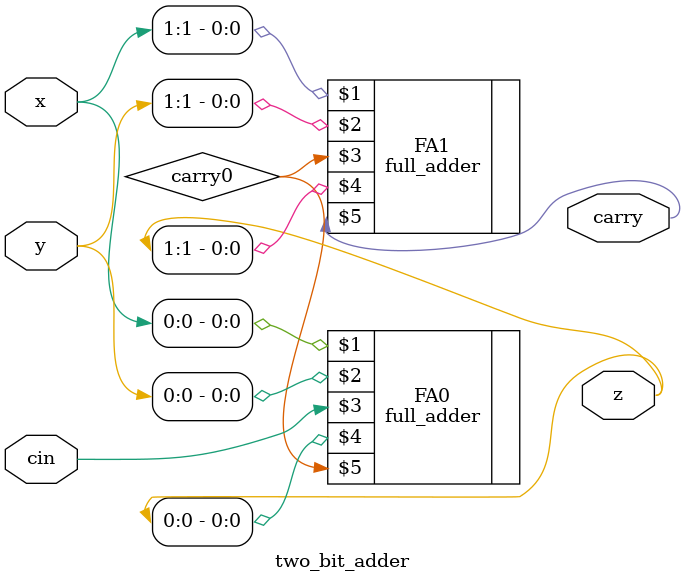
<source format=v>
`timescale 1ns / 1ps
module two_bit_adder (x, y,cin, z, carry);
	input [1:0] x;input [1:0] y;input cin;
	output[1:0] z;wire [1:0] z;output carry;wire carry;wire carry0;
	full_adder FA0 (x[0], y[0], cin, z[0], carry0);
	full_adder FA1 (x[1], y[1], carry0, z[1], carry);
endmodule
</source>
